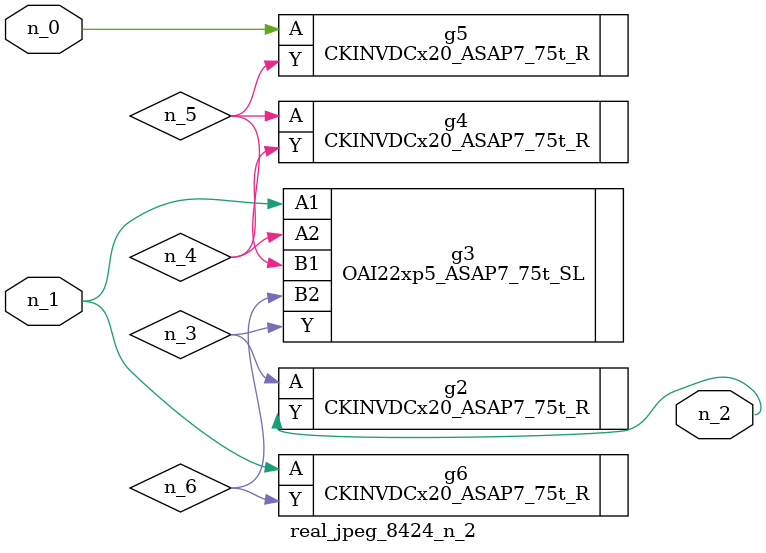
<source format=v>
module real_jpeg_8424_n_2 (n_1, n_0, n_2);

input n_1;
input n_0;

output n_2;

wire n_5;
wire n_4;
wire n_6;
wire n_3;

CKINVDCx20_ASAP7_75t_R g5 ( 
.A(n_0),
.Y(n_5)
);

OAI22xp5_ASAP7_75t_SL g3 ( 
.A1(n_1),
.A2(n_4),
.B1(n_5),
.B2(n_6),
.Y(n_3)
);

CKINVDCx20_ASAP7_75t_R g6 ( 
.A(n_1),
.Y(n_6)
);

CKINVDCx20_ASAP7_75t_R g2 ( 
.A(n_3),
.Y(n_2)
);

CKINVDCx20_ASAP7_75t_R g4 ( 
.A(n_5),
.Y(n_4)
);


endmodule
</source>
